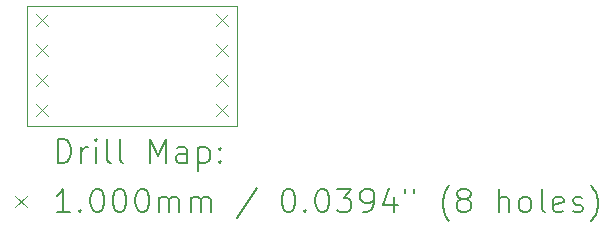
<source format=gbr>
%TF.GenerationSoftware,KiCad,Pcbnew,9.0.6*%
%TF.CreationDate,2026-01-08T16:07:43-06:00*%
%TF.ProjectId,SOIC-8_3.9x4.9_P1.27,534f4943-2d38-45f3-932e-3978342e395f,rev?*%
%TF.SameCoordinates,Original*%
%TF.FileFunction,Drillmap*%
%TF.FilePolarity,Positive*%
%FSLAX45Y45*%
G04 Gerber Fmt 4.5, Leading zero omitted, Abs format (unit mm)*
G04 Created by KiCad (PCBNEW 9.0.6) date 2026-01-08 16:07:43*
%MOMM*%
%LPD*%
G01*
G04 APERTURE LIST*
%ADD10C,0.050000*%
%ADD11C,0.200000*%
%ADD12C,0.100000*%
G04 APERTURE END LIST*
D10*
X11785600Y-9379350D02*
X13563600Y-9379350D01*
X13563600Y-10395350D01*
X11785600Y-10395350D01*
X11785600Y-9379350D01*
D11*
D12*
X11862600Y-9449600D02*
X11962600Y-9549600D01*
X11962600Y-9449600D02*
X11862600Y-9549600D01*
X11862600Y-9703600D02*
X11962600Y-9803600D01*
X11962600Y-9703600D02*
X11862600Y-9803600D01*
X11862600Y-9957600D02*
X11962600Y-10057600D01*
X11962600Y-9957600D02*
X11862600Y-10057600D01*
X11862600Y-10211600D02*
X11962600Y-10311600D01*
X11962600Y-10211600D02*
X11862600Y-10311600D01*
X13386600Y-9449600D02*
X13486600Y-9549600D01*
X13486600Y-9449600D02*
X13386600Y-9549600D01*
X13386600Y-9703600D02*
X13486600Y-9803600D01*
X13486600Y-9703600D02*
X13386600Y-9803600D01*
X13386600Y-9957600D02*
X13486600Y-10057600D01*
X13486600Y-9957600D02*
X13386600Y-10057600D01*
X13386600Y-10211600D02*
X13486600Y-10311600D01*
X13486600Y-10211600D02*
X13386600Y-10311600D01*
D11*
X12043877Y-10709334D02*
X12043877Y-10509334D01*
X12043877Y-10509334D02*
X12091496Y-10509334D01*
X12091496Y-10509334D02*
X12120067Y-10518858D01*
X12120067Y-10518858D02*
X12139115Y-10537905D01*
X12139115Y-10537905D02*
X12148639Y-10556953D01*
X12148639Y-10556953D02*
X12158162Y-10595048D01*
X12158162Y-10595048D02*
X12158162Y-10623620D01*
X12158162Y-10623620D02*
X12148639Y-10661715D01*
X12148639Y-10661715D02*
X12139115Y-10680762D01*
X12139115Y-10680762D02*
X12120067Y-10699810D01*
X12120067Y-10699810D02*
X12091496Y-10709334D01*
X12091496Y-10709334D02*
X12043877Y-10709334D01*
X12243877Y-10709334D02*
X12243877Y-10576000D01*
X12243877Y-10614096D02*
X12253401Y-10595048D01*
X12253401Y-10595048D02*
X12262924Y-10585524D01*
X12262924Y-10585524D02*
X12281972Y-10576000D01*
X12281972Y-10576000D02*
X12301020Y-10576000D01*
X12367686Y-10709334D02*
X12367686Y-10576000D01*
X12367686Y-10509334D02*
X12358162Y-10518858D01*
X12358162Y-10518858D02*
X12367686Y-10528381D01*
X12367686Y-10528381D02*
X12377210Y-10518858D01*
X12377210Y-10518858D02*
X12367686Y-10509334D01*
X12367686Y-10509334D02*
X12367686Y-10528381D01*
X12491496Y-10709334D02*
X12472448Y-10699810D01*
X12472448Y-10699810D02*
X12462924Y-10680762D01*
X12462924Y-10680762D02*
X12462924Y-10509334D01*
X12596258Y-10709334D02*
X12577210Y-10699810D01*
X12577210Y-10699810D02*
X12567686Y-10680762D01*
X12567686Y-10680762D02*
X12567686Y-10509334D01*
X12824829Y-10709334D02*
X12824829Y-10509334D01*
X12824829Y-10509334D02*
X12891496Y-10652191D01*
X12891496Y-10652191D02*
X12958162Y-10509334D01*
X12958162Y-10509334D02*
X12958162Y-10709334D01*
X13139115Y-10709334D02*
X13139115Y-10604572D01*
X13139115Y-10604572D02*
X13129591Y-10585524D01*
X13129591Y-10585524D02*
X13110543Y-10576000D01*
X13110543Y-10576000D02*
X13072448Y-10576000D01*
X13072448Y-10576000D02*
X13053401Y-10585524D01*
X13139115Y-10699810D02*
X13120067Y-10709334D01*
X13120067Y-10709334D02*
X13072448Y-10709334D01*
X13072448Y-10709334D02*
X13053401Y-10699810D01*
X13053401Y-10699810D02*
X13043877Y-10680762D01*
X13043877Y-10680762D02*
X13043877Y-10661715D01*
X13043877Y-10661715D02*
X13053401Y-10642667D01*
X13053401Y-10642667D02*
X13072448Y-10633143D01*
X13072448Y-10633143D02*
X13120067Y-10633143D01*
X13120067Y-10633143D02*
X13139115Y-10623620D01*
X13234353Y-10576000D02*
X13234353Y-10776000D01*
X13234353Y-10585524D02*
X13253401Y-10576000D01*
X13253401Y-10576000D02*
X13291496Y-10576000D01*
X13291496Y-10576000D02*
X13310543Y-10585524D01*
X13310543Y-10585524D02*
X13320067Y-10595048D01*
X13320067Y-10595048D02*
X13329591Y-10614096D01*
X13329591Y-10614096D02*
X13329591Y-10671239D01*
X13329591Y-10671239D02*
X13320067Y-10690286D01*
X13320067Y-10690286D02*
X13310543Y-10699810D01*
X13310543Y-10699810D02*
X13291496Y-10709334D01*
X13291496Y-10709334D02*
X13253401Y-10709334D01*
X13253401Y-10709334D02*
X13234353Y-10699810D01*
X13415305Y-10690286D02*
X13424829Y-10699810D01*
X13424829Y-10699810D02*
X13415305Y-10709334D01*
X13415305Y-10709334D02*
X13405782Y-10699810D01*
X13405782Y-10699810D02*
X13415305Y-10690286D01*
X13415305Y-10690286D02*
X13415305Y-10709334D01*
X13415305Y-10585524D02*
X13424829Y-10595048D01*
X13424829Y-10595048D02*
X13415305Y-10604572D01*
X13415305Y-10604572D02*
X13405782Y-10595048D01*
X13405782Y-10595048D02*
X13415305Y-10585524D01*
X13415305Y-10585524D02*
X13415305Y-10604572D01*
D12*
X11683100Y-10987850D02*
X11783100Y-11087850D01*
X11783100Y-10987850D02*
X11683100Y-11087850D01*
D11*
X12148639Y-11129334D02*
X12034353Y-11129334D01*
X12091496Y-11129334D02*
X12091496Y-10929334D01*
X12091496Y-10929334D02*
X12072448Y-10957905D01*
X12072448Y-10957905D02*
X12053401Y-10976953D01*
X12053401Y-10976953D02*
X12034353Y-10986477D01*
X12234353Y-11110286D02*
X12243877Y-11119810D01*
X12243877Y-11119810D02*
X12234353Y-11129334D01*
X12234353Y-11129334D02*
X12224829Y-11119810D01*
X12224829Y-11119810D02*
X12234353Y-11110286D01*
X12234353Y-11110286D02*
X12234353Y-11129334D01*
X12367686Y-10929334D02*
X12386734Y-10929334D01*
X12386734Y-10929334D02*
X12405782Y-10938858D01*
X12405782Y-10938858D02*
X12415305Y-10948381D01*
X12415305Y-10948381D02*
X12424829Y-10967429D01*
X12424829Y-10967429D02*
X12434353Y-11005524D01*
X12434353Y-11005524D02*
X12434353Y-11053143D01*
X12434353Y-11053143D02*
X12424829Y-11091239D01*
X12424829Y-11091239D02*
X12415305Y-11110286D01*
X12415305Y-11110286D02*
X12405782Y-11119810D01*
X12405782Y-11119810D02*
X12386734Y-11129334D01*
X12386734Y-11129334D02*
X12367686Y-11129334D01*
X12367686Y-11129334D02*
X12348639Y-11119810D01*
X12348639Y-11119810D02*
X12339115Y-11110286D01*
X12339115Y-11110286D02*
X12329591Y-11091239D01*
X12329591Y-11091239D02*
X12320067Y-11053143D01*
X12320067Y-11053143D02*
X12320067Y-11005524D01*
X12320067Y-11005524D02*
X12329591Y-10967429D01*
X12329591Y-10967429D02*
X12339115Y-10948381D01*
X12339115Y-10948381D02*
X12348639Y-10938858D01*
X12348639Y-10938858D02*
X12367686Y-10929334D01*
X12558162Y-10929334D02*
X12577210Y-10929334D01*
X12577210Y-10929334D02*
X12596258Y-10938858D01*
X12596258Y-10938858D02*
X12605782Y-10948381D01*
X12605782Y-10948381D02*
X12615305Y-10967429D01*
X12615305Y-10967429D02*
X12624829Y-11005524D01*
X12624829Y-11005524D02*
X12624829Y-11053143D01*
X12624829Y-11053143D02*
X12615305Y-11091239D01*
X12615305Y-11091239D02*
X12605782Y-11110286D01*
X12605782Y-11110286D02*
X12596258Y-11119810D01*
X12596258Y-11119810D02*
X12577210Y-11129334D01*
X12577210Y-11129334D02*
X12558162Y-11129334D01*
X12558162Y-11129334D02*
X12539115Y-11119810D01*
X12539115Y-11119810D02*
X12529591Y-11110286D01*
X12529591Y-11110286D02*
X12520067Y-11091239D01*
X12520067Y-11091239D02*
X12510543Y-11053143D01*
X12510543Y-11053143D02*
X12510543Y-11005524D01*
X12510543Y-11005524D02*
X12520067Y-10967429D01*
X12520067Y-10967429D02*
X12529591Y-10948381D01*
X12529591Y-10948381D02*
X12539115Y-10938858D01*
X12539115Y-10938858D02*
X12558162Y-10929334D01*
X12748639Y-10929334D02*
X12767686Y-10929334D01*
X12767686Y-10929334D02*
X12786734Y-10938858D01*
X12786734Y-10938858D02*
X12796258Y-10948381D01*
X12796258Y-10948381D02*
X12805782Y-10967429D01*
X12805782Y-10967429D02*
X12815305Y-11005524D01*
X12815305Y-11005524D02*
X12815305Y-11053143D01*
X12815305Y-11053143D02*
X12805782Y-11091239D01*
X12805782Y-11091239D02*
X12796258Y-11110286D01*
X12796258Y-11110286D02*
X12786734Y-11119810D01*
X12786734Y-11119810D02*
X12767686Y-11129334D01*
X12767686Y-11129334D02*
X12748639Y-11129334D01*
X12748639Y-11129334D02*
X12729591Y-11119810D01*
X12729591Y-11119810D02*
X12720067Y-11110286D01*
X12720067Y-11110286D02*
X12710543Y-11091239D01*
X12710543Y-11091239D02*
X12701020Y-11053143D01*
X12701020Y-11053143D02*
X12701020Y-11005524D01*
X12701020Y-11005524D02*
X12710543Y-10967429D01*
X12710543Y-10967429D02*
X12720067Y-10948381D01*
X12720067Y-10948381D02*
X12729591Y-10938858D01*
X12729591Y-10938858D02*
X12748639Y-10929334D01*
X12901020Y-11129334D02*
X12901020Y-10996000D01*
X12901020Y-11015048D02*
X12910543Y-11005524D01*
X12910543Y-11005524D02*
X12929591Y-10996000D01*
X12929591Y-10996000D02*
X12958163Y-10996000D01*
X12958163Y-10996000D02*
X12977210Y-11005524D01*
X12977210Y-11005524D02*
X12986734Y-11024572D01*
X12986734Y-11024572D02*
X12986734Y-11129334D01*
X12986734Y-11024572D02*
X12996258Y-11005524D01*
X12996258Y-11005524D02*
X13015305Y-10996000D01*
X13015305Y-10996000D02*
X13043877Y-10996000D01*
X13043877Y-10996000D02*
X13062924Y-11005524D01*
X13062924Y-11005524D02*
X13072448Y-11024572D01*
X13072448Y-11024572D02*
X13072448Y-11129334D01*
X13167686Y-11129334D02*
X13167686Y-10996000D01*
X13167686Y-11015048D02*
X13177210Y-11005524D01*
X13177210Y-11005524D02*
X13196258Y-10996000D01*
X13196258Y-10996000D02*
X13224829Y-10996000D01*
X13224829Y-10996000D02*
X13243877Y-11005524D01*
X13243877Y-11005524D02*
X13253401Y-11024572D01*
X13253401Y-11024572D02*
X13253401Y-11129334D01*
X13253401Y-11024572D02*
X13262924Y-11005524D01*
X13262924Y-11005524D02*
X13281972Y-10996000D01*
X13281972Y-10996000D02*
X13310543Y-10996000D01*
X13310543Y-10996000D02*
X13329591Y-11005524D01*
X13329591Y-11005524D02*
X13339115Y-11024572D01*
X13339115Y-11024572D02*
X13339115Y-11129334D01*
X13729591Y-10919810D02*
X13558163Y-11176953D01*
X13986734Y-10929334D02*
X14005782Y-10929334D01*
X14005782Y-10929334D02*
X14024829Y-10938858D01*
X14024829Y-10938858D02*
X14034353Y-10948381D01*
X14034353Y-10948381D02*
X14043877Y-10967429D01*
X14043877Y-10967429D02*
X14053401Y-11005524D01*
X14053401Y-11005524D02*
X14053401Y-11053143D01*
X14053401Y-11053143D02*
X14043877Y-11091239D01*
X14043877Y-11091239D02*
X14034353Y-11110286D01*
X14034353Y-11110286D02*
X14024829Y-11119810D01*
X14024829Y-11119810D02*
X14005782Y-11129334D01*
X14005782Y-11129334D02*
X13986734Y-11129334D01*
X13986734Y-11129334D02*
X13967686Y-11119810D01*
X13967686Y-11119810D02*
X13958163Y-11110286D01*
X13958163Y-11110286D02*
X13948639Y-11091239D01*
X13948639Y-11091239D02*
X13939115Y-11053143D01*
X13939115Y-11053143D02*
X13939115Y-11005524D01*
X13939115Y-11005524D02*
X13948639Y-10967429D01*
X13948639Y-10967429D02*
X13958163Y-10948381D01*
X13958163Y-10948381D02*
X13967686Y-10938858D01*
X13967686Y-10938858D02*
X13986734Y-10929334D01*
X14139115Y-11110286D02*
X14148639Y-11119810D01*
X14148639Y-11119810D02*
X14139115Y-11129334D01*
X14139115Y-11129334D02*
X14129591Y-11119810D01*
X14129591Y-11119810D02*
X14139115Y-11110286D01*
X14139115Y-11110286D02*
X14139115Y-11129334D01*
X14272448Y-10929334D02*
X14291496Y-10929334D01*
X14291496Y-10929334D02*
X14310544Y-10938858D01*
X14310544Y-10938858D02*
X14320067Y-10948381D01*
X14320067Y-10948381D02*
X14329591Y-10967429D01*
X14329591Y-10967429D02*
X14339115Y-11005524D01*
X14339115Y-11005524D02*
X14339115Y-11053143D01*
X14339115Y-11053143D02*
X14329591Y-11091239D01*
X14329591Y-11091239D02*
X14320067Y-11110286D01*
X14320067Y-11110286D02*
X14310544Y-11119810D01*
X14310544Y-11119810D02*
X14291496Y-11129334D01*
X14291496Y-11129334D02*
X14272448Y-11129334D01*
X14272448Y-11129334D02*
X14253401Y-11119810D01*
X14253401Y-11119810D02*
X14243877Y-11110286D01*
X14243877Y-11110286D02*
X14234353Y-11091239D01*
X14234353Y-11091239D02*
X14224829Y-11053143D01*
X14224829Y-11053143D02*
X14224829Y-11005524D01*
X14224829Y-11005524D02*
X14234353Y-10967429D01*
X14234353Y-10967429D02*
X14243877Y-10948381D01*
X14243877Y-10948381D02*
X14253401Y-10938858D01*
X14253401Y-10938858D02*
X14272448Y-10929334D01*
X14405782Y-10929334D02*
X14529591Y-10929334D01*
X14529591Y-10929334D02*
X14462925Y-11005524D01*
X14462925Y-11005524D02*
X14491496Y-11005524D01*
X14491496Y-11005524D02*
X14510544Y-11015048D01*
X14510544Y-11015048D02*
X14520067Y-11024572D01*
X14520067Y-11024572D02*
X14529591Y-11043620D01*
X14529591Y-11043620D02*
X14529591Y-11091239D01*
X14529591Y-11091239D02*
X14520067Y-11110286D01*
X14520067Y-11110286D02*
X14510544Y-11119810D01*
X14510544Y-11119810D02*
X14491496Y-11129334D01*
X14491496Y-11129334D02*
X14434353Y-11129334D01*
X14434353Y-11129334D02*
X14415306Y-11119810D01*
X14415306Y-11119810D02*
X14405782Y-11110286D01*
X14624829Y-11129334D02*
X14662925Y-11129334D01*
X14662925Y-11129334D02*
X14681972Y-11119810D01*
X14681972Y-11119810D02*
X14691496Y-11110286D01*
X14691496Y-11110286D02*
X14710544Y-11081715D01*
X14710544Y-11081715D02*
X14720067Y-11043620D01*
X14720067Y-11043620D02*
X14720067Y-10967429D01*
X14720067Y-10967429D02*
X14710544Y-10948381D01*
X14710544Y-10948381D02*
X14701020Y-10938858D01*
X14701020Y-10938858D02*
X14681972Y-10929334D01*
X14681972Y-10929334D02*
X14643877Y-10929334D01*
X14643877Y-10929334D02*
X14624829Y-10938858D01*
X14624829Y-10938858D02*
X14615306Y-10948381D01*
X14615306Y-10948381D02*
X14605782Y-10967429D01*
X14605782Y-10967429D02*
X14605782Y-11015048D01*
X14605782Y-11015048D02*
X14615306Y-11034096D01*
X14615306Y-11034096D02*
X14624829Y-11043620D01*
X14624829Y-11043620D02*
X14643877Y-11053143D01*
X14643877Y-11053143D02*
X14681972Y-11053143D01*
X14681972Y-11053143D02*
X14701020Y-11043620D01*
X14701020Y-11043620D02*
X14710544Y-11034096D01*
X14710544Y-11034096D02*
X14720067Y-11015048D01*
X14891496Y-10996000D02*
X14891496Y-11129334D01*
X14843877Y-10919810D02*
X14796258Y-11062667D01*
X14796258Y-11062667D02*
X14920067Y-11062667D01*
X14986734Y-10929334D02*
X14986734Y-10967429D01*
X15062925Y-10929334D02*
X15062925Y-10967429D01*
X15358163Y-11205524D02*
X15348639Y-11196000D01*
X15348639Y-11196000D02*
X15329591Y-11167429D01*
X15329591Y-11167429D02*
X15320068Y-11148381D01*
X15320068Y-11148381D02*
X15310544Y-11119810D01*
X15310544Y-11119810D02*
X15301020Y-11072191D01*
X15301020Y-11072191D02*
X15301020Y-11034096D01*
X15301020Y-11034096D02*
X15310544Y-10986477D01*
X15310544Y-10986477D02*
X15320068Y-10957905D01*
X15320068Y-10957905D02*
X15329591Y-10938858D01*
X15329591Y-10938858D02*
X15348639Y-10910286D01*
X15348639Y-10910286D02*
X15358163Y-10900762D01*
X15462925Y-11015048D02*
X15443877Y-11005524D01*
X15443877Y-11005524D02*
X15434353Y-10996000D01*
X15434353Y-10996000D02*
X15424829Y-10976953D01*
X15424829Y-10976953D02*
X15424829Y-10967429D01*
X15424829Y-10967429D02*
X15434353Y-10948381D01*
X15434353Y-10948381D02*
X15443877Y-10938858D01*
X15443877Y-10938858D02*
X15462925Y-10929334D01*
X15462925Y-10929334D02*
X15501020Y-10929334D01*
X15501020Y-10929334D02*
X15520068Y-10938858D01*
X15520068Y-10938858D02*
X15529591Y-10948381D01*
X15529591Y-10948381D02*
X15539115Y-10967429D01*
X15539115Y-10967429D02*
X15539115Y-10976953D01*
X15539115Y-10976953D02*
X15529591Y-10996000D01*
X15529591Y-10996000D02*
X15520068Y-11005524D01*
X15520068Y-11005524D02*
X15501020Y-11015048D01*
X15501020Y-11015048D02*
X15462925Y-11015048D01*
X15462925Y-11015048D02*
X15443877Y-11024572D01*
X15443877Y-11024572D02*
X15434353Y-11034096D01*
X15434353Y-11034096D02*
X15424829Y-11053143D01*
X15424829Y-11053143D02*
X15424829Y-11091239D01*
X15424829Y-11091239D02*
X15434353Y-11110286D01*
X15434353Y-11110286D02*
X15443877Y-11119810D01*
X15443877Y-11119810D02*
X15462925Y-11129334D01*
X15462925Y-11129334D02*
X15501020Y-11129334D01*
X15501020Y-11129334D02*
X15520068Y-11119810D01*
X15520068Y-11119810D02*
X15529591Y-11110286D01*
X15529591Y-11110286D02*
X15539115Y-11091239D01*
X15539115Y-11091239D02*
X15539115Y-11053143D01*
X15539115Y-11053143D02*
X15529591Y-11034096D01*
X15529591Y-11034096D02*
X15520068Y-11024572D01*
X15520068Y-11024572D02*
X15501020Y-11015048D01*
X15777210Y-11129334D02*
X15777210Y-10929334D01*
X15862925Y-11129334D02*
X15862925Y-11024572D01*
X15862925Y-11024572D02*
X15853401Y-11005524D01*
X15853401Y-11005524D02*
X15834353Y-10996000D01*
X15834353Y-10996000D02*
X15805782Y-10996000D01*
X15805782Y-10996000D02*
X15786734Y-11005524D01*
X15786734Y-11005524D02*
X15777210Y-11015048D01*
X15986734Y-11129334D02*
X15967687Y-11119810D01*
X15967687Y-11119810D02*
X15958163Y-11110286D01*
X15958163Y-11110286D02*
X15948639Y-11091239D01*
X15948639Y-11091239D02*
X15948639Y-11034096D01*
X15948639Y-11034096D02*
X15958163Y-11015048D01*
X15958163Y-11015048D02*
X15967687Y-11005524D01*
X15967687Y-11005524D02*
X15986734Y-10996000D01*
X15986734Y-10996000D02*
X16015306Y-10996000D01*
X16015306Y-10996000D02*
X16034353Y-11005524D01*
X16034353Y-11005524D02*
X16043877Y-11015048D01*
X16043877Y-11015048D02*
X16053401Y-11034096D01*
X16053401Y-11034096D02*
X16053401Y-11091239D01*
X16053401Y-11091239D02*
X16043877Y-11110286D01*
X16043877Y-11110286D02*
X16034353Y-11119810D01*
X16034353Y-11119810D02*
X16015306Y-11129334D01*
X16015306Y-11129334D02*
X15986734Y-11129334D01*
X16167687Y-11129334D02*
X16148639Y-11119810D01*
X16148639Y-11119810D02*
X16139115Y-11100762D01*
X16139115Y-11100762D02*
X16139115Y-10929334D01*
X16320068Y-11119810D02*
X16301020Y-11129334D01*
X16301020Y-11129334D02*
X16262925Y-11129334D01*
X16262925Y-11129334D02*
X16243877Y-11119810D01*
X16243877Y-11119810D02*
X16234353Y-11100762D01*
X16234353Y-11100762D02*
X16234353Y-11024572D01*
X16234353Y-11024572D02*
X16243877Y-11005524D01*
X16243877Y-11005524D02*
X16262925Y-10996000D01*
X16262925Y-10996000D02*
X16301020Y-10996000D01*
X16301020Y-10996000D02*
X16320068Y-11005524D01*
X16320068Y-11005524D02*
X16329591Y-11024572D01*
X16329591Y-11024572D02*
X16329591Y-11043620D01*
X16329591Y-11043620D02*
X16234353Y-11062667D01*
X16405782Y-11119810D02*
X16424830Y-11129334D01*
X16424830Y-11129334D02*
X16462925Y-11129334D01*
X16462925Y-11129334D02*
X16481972Y-11119810D01*
X16481972Y-11119810D02*
X16491496Y-11100762D01*
X16491496Y-11100762D02*
X16491496Y-11091239D01*
X16491496Y-11091239D02*
X16481972Y-11072191D01*
X16481972Y-11072191D02*
X16462925Y-11062667D01*
X16462925Y-11062667D02*
X16434353Y-11062667D01*
X16434353Y-11062667D02*
X16415306Y-11053143D01*
X16415306Y-11053143D02*
X16405782Y-11034096D01*
X16405782Y-11034096D02*
X16405782Y-11024572D01*
X16405782Y-11024572D02*
X16415306Y-11005524D01*
X16415306Y-11005524D02*
X16434353Y-10996000D01*
X16434353Y-10996000D02*
X16462925Y-10996000D01*
X16462925Y-10996000D02*
X16481972Y-11005524D01*
X16558163Y-11205524D02*
X16567687Y-11196000D01*
X16567687Y-11196000D02*
X16586734Y-11167429D01*
X16586734Y-11167429D02*
X16596258Y-11148381D01*
X16596258Y-11148381D02*
X16605782Y-11119810D01*
X16605782Y-11119810D02*
X16615306Y-11072191D01*
X16615306Y-11072191D02*
X16615306Y-11034096D01*
X16615306Y-11034096D02*
X16605782Y-10986477D01*
X16605782Y-10986477D02*
X16596258Y-10957905D01*
X16596258Y-10957905D02*
X16586734Y-10938858D01*
X16586734Y-10938858D02*
X16567687Y-10910286D01*
X16567687Y-10910286D02*
X16558163Y-10900762D01*
M02*

</source>
